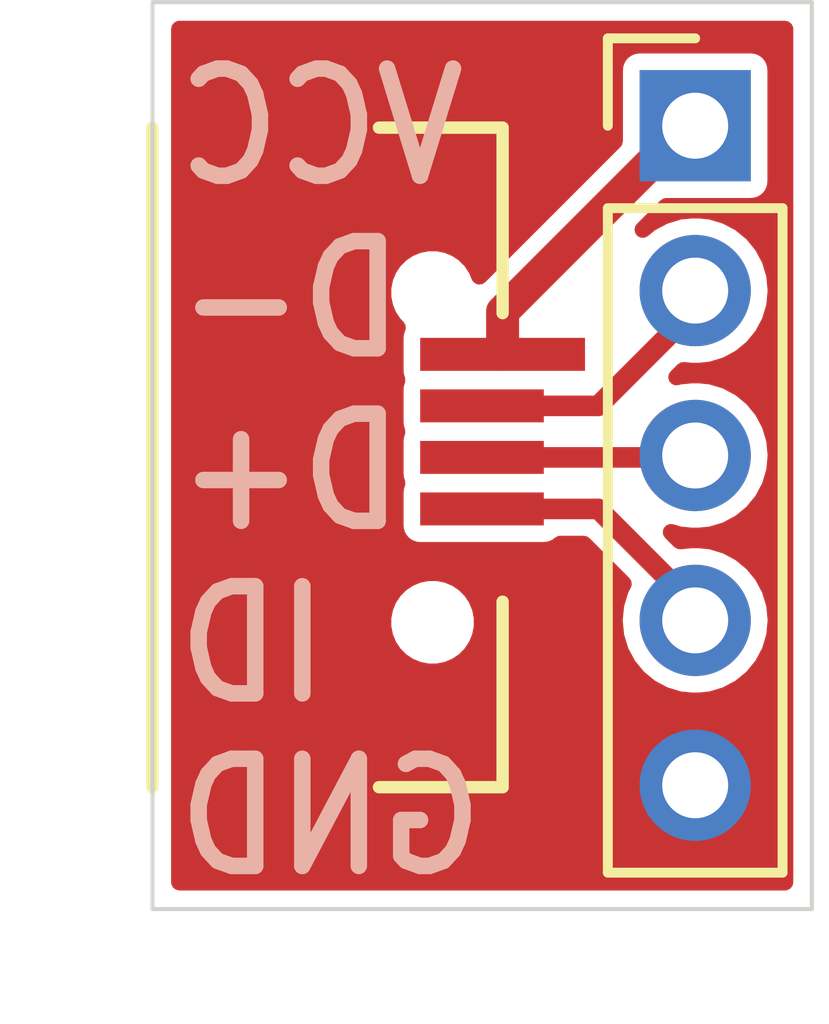
<source format=kicad_pcb>
(kicad_pcb (version 20171130) (host pcbnew "(5.1.2)-1")

  (general
    (thickness 1.6)
    (drawings 5)
    (tracks 11)
    (zones 0)
    (modules 2)
    (nets 6)
  )

  (page A4)
  (layers
    (0 F.Cu signal)
    (31 B.Cu signal)
    (32 B.Adhes user)
    (33 F.Adhes user)
    (34 B.Paste user)
    (35 F.Paste user)
    (36 B.SilkS user)
    (37 F.SilkS user)
    (38 B.Mask user)
    (39 F.Mask user)
    (40 Dwgs.User user)
    (41 Cmts.User user)
    (42 Eco1.User user)
    (43 Eco2.User user)
    (44 Edge.Cuts user)
    (45 Margin user)
    (46 B.CrtYd user)
    (47 F.CrtYd user)
    (48 B.Fab user)
    (49 F.Fab user)
  )

  (setup
    (last_trace_width 0.25)
    (trace_clearance 0.2)
    (zone_clearance 0.508)
    (zone_45_only no)
    (trace_min 0.2)
    (via_size 0.8)
    (via_drill 0.4)
    (via_min_size 0.4)
    (via_min_drill 0.3)
    (uvia_size 0.3)
    (uvia_drill 0.1)
    (uvias_allowed no)
    (uvia_min_size 0.2)
    (uvia_min_drill 0.1)
    (edge_width 0.05)
    (segment_width 0.2)
    (pcb_text_width 0.3)
    (pcb_text_size 1.5 1.5)
    (mod_edge_width 0.12)
    (mod_text_size 1 1)
    (mod_text_width 0.15)
    (pad_size 1.524 1.524)
    (pad_drill 0.762)
    (pad_to_mask_clearance 0.051)
    (solder_mask_min_width 0.25)
    (aux_axis_origin 188 116.5)
    (visible_elements 7FFFFFFF)
    (pcbplotparams
      (layerselection 0x010fc_ffffffff)
      (usegerberextensions true)
      (usegerberattributes false)
      (usegerberadvancedattributes false)
      (creategerberjobfile false)
      (excludeedgelayer true)
      (linewidth 0.100000)
      (plotframeref false)
      (viasonmask false)
      (mode 1)
      (useauxorigin true)
      (hpglpennumber 1)
      (hpglpenspeed 20)
      (hpglpendiameter 15.000000)
      (psnegative false)
      (psa4output false)
      (plotreference false)
      (plotvalue false)
      (plotinvisibletext false)
      (padsonsilk false)
      (subtractmaskfromsilk true)
      (outputformat 1)
      (mirror false)
      (drillshape 0)
      (scaleselection 1)
      (outputdirectory "gerbers/"))
  )

  (net 0 "")
  (net 1 "Net-(J1-Pad5)")
  (net 2 "Net-(J1-Pad4)")
  (net 3 "Net-(J1-Pad3)")
  (net 4 "Net-(J1-Pad2)")
  (net 5 "Net-(J1-Pad1)")

  (net_class Default "This is the default net class."
    (clearance 0.2)
    (trace_width 0.25)
    (via_dia 0.8)
    (via_drill 0.4)
    (uvia_dia 0.3)
    (uvia_drill 0.1)
    (add_net "Net-(J1-Pad1)")
    (add_net "Net-(J1-Pad2)")
    (add_net "Net-(J1-Pad3)")
    (add_net "Net-(J1-Pad4)")
    (add_net "Net-(J1-Pad5)")
  )

  (module microusb_breakout:MICROUSB_REINFORCED (layer F.Cu) (tedit 5DC28831) (tstamp 5E156A5A)
    (at 183.9976 122.0216 90)
    (path /5E151BF1)
    (zone_connect 2)
    (fp_text reference J1 (at -2.75 2 90) (layer F.SilkS) hide
      (effects (font (size 1 1) (thickness 0.15)))
    )
    (fp_text value USB_B_Micro (at -0.75 -5 90) (layer F.Fab)
      (effects (font (size 1 1) (thickness 0.15)))
    )
    (fp_line (start -4 -4) (end 4 -4) (layer F.SilkS) (width 0.15))
    (fp_line (start 4 0.25) (end 4 -1.25) (layer F.SilkS) (width 0.15))
    (fp_line (start 1.75 0.25) (end 4 0.25) (layer F.SilkS) (width 0.15))
    (fp_line (start -4 -1.25) (end -4 0.25) (layer F.SilkS) (width 0.15))
    (fp_line (start -1.75 0.25) (end -4 0.25) (layer F.SilkS) (width 0.15))
    (pad 4 smd rect (at -0.625 0 90) (size 0.4 1.5) (layers F.Cu F.Paste F.Mask)
      (net 2 "Net-(J1-Pad4)") (zone_connect 2))
    (pad 3 smd rect (at 0 0 90) (size 0.4 1.5) (layers F.Cu F.Paste F.Mask)
      (net 3 "Net-(J1-Pad3)") (zone_connect 2))
    (pad 2 smd rect (at 0.625 0 90) (size 0.4 1.5) (layers F.Cu F.Paste F.Mask)
      (net 4 "Net-(J1-Pad2)") (zone_connect 2))
    (pad 1 smd rect (at 1.25 0.25 90) (size 0.4 2) (layers F.Cu F.Paste F.Mask)
      (net 5 "Net-(J1-Pad1)") (zone_connect 2))
    (pad 5 smd rect (at -1.25 0.25 90) (size 0.4 2) (layers F.Cu F.Paste F.Mask)
      (net 1 "Net-(J1-Pad5)") (zone_connect 2))
    (pad 6 smd rect (at -1.1 -2.5 90) (size 1.8 1.8) (layers F.Cu F.Paste F.Mask)
      (net 1 "Net-(J1-Pad5)") (zone_connect 2))
    (pad 6 smd rect (at 1.1 -2.5 90) (size 1.8 1.8) (layers F.Cu F.Paste F.Mask)
      (net 1 "Net-(J1-Pad5)") (zone_connect 2))
    (pad 6 smd rect (at 3.8 -2.6 90) (size 2.7 2) (layers F.Cu F.Paste F.Mask)
      (net 1 "Net-(J1-Pad5)") (zone_connect 2))
    (pad 6 smd rect (at -3.8 -2.6 90) (size 2.7 2) (layers F.Cu F.Paste F.Mask)
      (net 1 "Net-(J1-Pad5)") (zone_connect 2))
    (pad "" np_thru_hole circle (at 2 -0.6 90) (size 0.6 0.6) (drill 0.6) (layers *.Cu *.Mask)
      (zone_connect 2))
    (pad "" np_thru_hole circle (at -2 -0.6 90) (size 0.6 0.6) (drill 0.6) (layers *.Cu *.Mask)
      (zone_connect 2))
    (pad 6 smd rect (at 3.9 0 90) (size 1.8 1.8) (layers F.Cu F.Paste F.Mask)
      (net 1 "Net-(J1-Pad5)") (zone_connect 2))
    (pad 6 smd rect (at -4.1 0 90) (size 1.8 1.8) (layers F.Cu F.Paste F.Mask)
      (net 1 "Net-(J1-Pad5)") (zone_connect 2))
    (model ${KIPRJMOD}/MICROUSB_SHTH.step
      (offset (xyz -9.5 4 -1))
      (scale (xyz 1 1 1))
      (rotate (xyz 0 0 90))
    )
  )

  (module Connector_PinHeader_2.00mm:PinHeader_1x05_P2.00mm_Vertical (layer F.Cu) (tedit 59FED667) (tstamp 5E156A73)
    (at 186.584201 117.9984)
    (descr "Through hole straight pin header, 1x05, 2.00mm pitch, single row")
    (tags "Through hole pin header THT 1x05 2.00mm single row")
    (path /5E152172)
    (fp_text reference J2 (at 0 -2.06) (layer F.SilkS) hide
      (effects (font (size 1 1) (thickness 0.15)))
    )
    (fp_text value USB (at 0 10.06) (layer F.Fab)
      (effects (font (size 1 1) (thickness 0.15)))
    )
    (fp_text user %R (at 0 4 90) (layer F.Fab)
      (effects (font (size 1 1) (thickness 0.15)))
    )
    (fp_line (start 1.5 -1.5) (end -1.5 -1.5) (layer F.CrtYd) (width 0.05))
    (fp_line (start 1.5 9.5) (end 1.5 -1.5) (layer F.CrtYd) (width 0.05))
    (fp_line (start -1.5 9.5) (end 1.5 9.5) (layer F.CrtYd) (width 0.05))
    (fp_line (start -1.5 -1.5) (end -1.5 9.5) (layer F.CrtYd) (width 0.05))
    (fp_line (start -1.06 -1.06) (end 0 -1.06) (layer F.SilkS) (width 0.12))
    (fp_line (start -1.06 0) (end -1.06 -1.06) (layer F.SilkS) (width 0.12))
    (fp_line (start -1.06 1) (end 1.06 1) (layer F.SilkS) (width 0.12))
    (fp_line (start 1.06 1) (end 1.06 9.06) (layer F.SilkS) (width 0.12))
    (fp_line (start -1.06 1) (end -1.06 9.06) (layer F.SilkS) (width 0.12))
    (fp_line (start -1.06 9.06) (end 1.06 9.06) (layer F.SilkS) (width 0.12))
    (fp_line (start -1 -0.5) (end -0.5 -1) (layer F.Fab) (width 0.1))
    (fp_line (start -1 9) (end -1 -0.5) (layer F.Fab) (width 0.1))
    (fp_line (start 1 9) (end -1 9) (layer F.Fab) (width 0.1))
    (fp_line (start 1 -1) (end 1 9) (layer F.Fab) (width 0.1))
    (fp_line (start -0.5 -1) (end 1 -1) (layer F.Fab) (width 0.1))
    (pad 5 thru_hole oval (at 0 8) (size 1.35 1.35) (drill 0.8) (layers *.Cu *.Mask)
      (net 1 "Net-(J1-Pad5)"))
    (pad 4 thru_hole oval (at 0 6) (size 1.35 1.35) (drill 0.8) (layers *.Cu *.Mask)
      (net 2 "Net-(J1-Pad4)"))
    (pad 3 thru_hole oval (at 0 4) (size 1.35 1.35) (drill 0.8) (layers *.Cu *.Mask)
      (net 3 "Net-(J1-Pad3)"))
    (pad 2 thru_hole oval (at 0 2) (size 1.35 1.35) (drill 0.8) (layers *.Cu *.Mask)
      (net 4 "Net-(J1-Pad2)"))
    (pad 1 thru_hole rect (at 0 0) (size 1.35 1.35) (drill 0.8) (layers *.Cu *.Mask)
      (net 5 "Net-(J1-Pad1)"))
  )

  (gr_text "VCC\nD-\nD+\nID\nGND" (at 180.2 122.2) (layer B.SilkS)
    (effects (font (size 1.3 1.2) (thickness 0.2)) (justify right mirror))
  )
  (gr_line (start 180 127.5) (end 180 116.5) (layer Edge.Cuts) (width 0.05) (tstamp 5E156CE1))
  (gr_line (start 188 127.5) (end 180 127.5) (layer Edge.Cuts) (width 0.05))
  (gr_line (start 188 116.5) (end 188 127.5) (layer Edge.Cuts) (width 0.05))
  (gr_line (start 180 116.5) (end 188 116.5) (layer Edge.Cuts) (width 0.05))

  (segment (start 186.584201 123.823199) (end 186.584201 123.9984) (width 0.25) (layer F.Cu) (net 2))
  (segment (start 183.9976 122.6466) (end 185.407602 122.6466) (width 0.25) (layer F.Cu) (net 2))
  (segment (start 185.407602 122.6466) (end 186.584201 123.823199) (width 0.25) (layer F.Cu) (net 2))
  (segment (start 186.561001 122.0216) (end 186.584201 121.9984) (width 0.25) (layer F.Cu) (net 3))
  (segment (start 183.9976 122.0216) (end 186.561001 122.0216) (width 0.25) (layer F.Cu) (net 3))
  (segment (start 186.584201 120.220001) (end 186.584201 119.9984) (width 0.25) (layer F.Cu) (net 4))
  (segment (start 183.9976 121.3966) (end 185.407602 121.3966) (width 0.25) (layer F.Cu) (net 4))
  (segment (start 185.407602 121.3966) (end 186.584201 120.220001) (width 0.25) (layer F.Cu) (net 4))
  (segment (start 184.2476 120.2524) (end 184.2476 120.7716) (width 0.4) (layer F.Cu) (net 5))
  (segment (start 186.584201 117.9984) (end 186.5016 117.9984) (width 0.25) (layer F.Cu) (net 5))
  (segment (start 186.5016 117.9984) (end 184.2476 120.2524) (width 0.4) (layer F.Cu) (net 5))

  (zone (net 1) (net_name "Net-(J1-Pad5)") (layer F.Cu) (tstamp 5E4E68B2) (hatch edge 0.508)
    (connect_pads yes (clearance 0.2))
    (min_thickness 0.2)
    (fill yes (arc_segments 32) (thermal_gap 0.2) (thermal_bridge_width 0.24))
    (polygon
      (pts
        (xy 180 116.5) (xy 188 116.5) (xy 188 127.5) (xy 180 127.5)
      )
    )
    (filled_polygon
      (pts
        (xy 187.675001 127.175) (xy 180.325 127.175) (xy 180.325 123.962505) (xy 182.7976 123.962505) (xy 182.7976 124.080695)
        (xy 182.820658 124.196614) (xy 182.865887 124.305807) (xy 182.93155 124.404078) (xy 183.015122 124.48765) (xy 183.113393 124.553313)
        (xy 183.222586 124.598542) (xy 183.338505 124.6216) (xy 183.456695 124.6216) (xy 183.572614 124.598542) (xy 183.681807 124.553313)
        (xy 183.780078 124.48765) (xy 183.86365 124.404078) (xy 183.929313 124.305807) (xy 183.974542 124.196614) (xy 183.9976 124.080695)
        (xy 183.9976 123.962505) (xy 183.974542 123.846586) (xy 183.929313 123.737393) (xy 183.86365 123.639122) (xy 183.780078 123.55555)
        (xy 183.681807 123.489887) (xy 183.572614 123.444658) (xy 183.456695 123.4216) (xy 183.338505 123.4216) (xy 183.222586 123.444658)
        (xy 183.113393 123.489887) (xy 183.015122 123.55555) (xy 182.93155 123.639122) (xy 182.865887 123.737393) (xy 182.820658 123.846586)
        (xy 182.7976 123.962505) (xy 180.325 123.962505) (xy 180.325 119.962505) (xy 182.7976 119.962505) (xy 182.7976 120.080695)
        (xy 182.820658 120.196614) (xy 182.865887 120.305807) (xy 182.93155 120.404078) (xy 182.974187 120.446715) (xy 182.969096 120.45624)
        (xy 182.951941 120.51279) (xy 182.946149 120.5716) (xy 182.946149 120.9716) (xy 182.951941 121.03041) (xy 182.968228 121.0841)
        (xy 182.951941 121.13779) (xy 182.946149 121.1966) (xy 182.946149 121.5966) (xy 182.951941 121.65541) (xy 182.968228 121.7091)
        (xy 182.951941 121.76279) (xy 182.946149 121.8216) (xy 182.946149 122.2216) (xy 182.951941 122.28041) (xy 182.968228 122.3341)
        (xy 182.951941 122.38779) (xy 182.946149 122.4466) (xy 182.946149 122.8466) (xy 182.951941 122.90541) (xy 182.969096 122.96196)
        (xy 182.996953 123.014077) (xy 183.034442 123.059758) (xy 183.080123 123.097247) (xy 183.13224 123.125104) (xy 183.18879 123.142259)
        (xy 183.2476 123.148051) (xy 184.7476 123.148051) (xy 184.80641 123.142259) (xy 184.86296 123.125104) (xy 184.915077 123.097247)
        (xy 184.946328 123.0716) (xy 185.231562 123.0716) (xy 185.715419 123.555457) (xy 185.679061 123.623479) (xy 185.623309 123.807267)
        (xy 185.604484 123.9984) (xy 185.623309 124.189533) (xy 185.679061 124.373321) (xy 185.769596 124.542702) (xy 185.891436 124.691165)
        (xy 186.039899 124.813005) (xy 186.20928 124.90354) (xy 186.393068 124.959292) (xy 186.536309 124.9734) (xy 186.632093 124.9734)
        (xy 186.775334 124.959292) (xy 186.959122 124.90354) (xy 187.128503 124.813005) (xy 187.276966 124.691165) (xy 187.398806 124.542702)
        (xy 187.489341 124.373321) (xy 187.545093 124.189533) (xy 187.563918 123.9984) (xy 187.545093 123.807267) (xy 187.489341 123.623479)
        (xy 187.398806 123.454098) (xy 187.276966 123.305635) (xy 187.128503 123.183795) (xy 186.959122 123.09326) (xy 186.775334 123.037508)
        (xy 186.632093 123.0234) (xy 186.536309 123.0234) (xy 186.398969 123.036927) (xy 186.290099 122.928056) (xy 186.393068 122.959292)
        (xy 186.536309 122.9734) (xy 186.632093 122.9734) (xy 186.775334 122.959292) (xy 186.959122 122.90354) (xy 187.128503 122.813005)
        (xy 187.276966 122.691165) (xy 187.398806 122.542702) (xy 187.489341 122.373321) (xy 187.545093 122.189533) (xy 187.563918 121.9984)
        (xy 187.545093 121.807267) (xy 187.489341 121.623479) (xy 187.398806 121.454098) (xy 187.276966 121.305635) (xy 187.128503 121.183795)
        (xy 186.959122 121.09326) (xy 186.775334 121.037508) (xy 186.632093 121.0234) (xy 186.536309 121.0234) (xy 186.393068 121.037508)
        (xy 186.356703 121.048539) (xy 186.441209 120.964033) (xy 186.536309 120.9734) (xy 186.632093 120.9734) (xy 186.775334 120.959292)
        (xy 186.959122 120.90354) (xy 187.128503 120.813005) (xy 187.276966 120.691165) (xy 187.398806 120.542702) (xy 187.489341 120.373321)
        (xy 187.545093 120.189533) (xy 187.563918 119.9984) (xy 187.545093 119.807267) (xy 187.489341 119.623479) (xy 187.398806 119.454098)
        (xy 187.276966 119.305635) (xy 187.128503 119.183795) (xy 186.959122 119.09326) (xy 186.775334 119.037508) (xy 186.632093 119.0234)
        (xy 186.536309 119.0234) (xy 186.393068 119.037508) (xy 186.20928 119.09326) (xy 186.039899 119.183795) (xy 185.947397 119.259709)
        (xy 186.232255 118.974851) (xy 187.259201 118.974851) (xy 187.318011 118.969059) (xy 187.374561 118.951904) (xy 187.426678 118.924047)
        (xy 187.472359 118.886558) (xy 187.509848 118.840877) (xy 187.537705 118.78876) (xy 187.55486 118.73221) (xy 187.560652 118.6734)
        (xy 187.560652 117.3234) (xy 187.55486 117.26459) (xy 187.537705 117.20804) (xy 187.509848 117.155923) (xy 187.472359 117.110242)
        (xy 187.426678 117.072753) (xy 187.374561 117.044896) (xy 187.318011 117.027741) (xy 187.259201 117.021949) (xy 185.909201 117.021949)
        (xy 185.850391 117.027741) (xy 185.793841 117.044896) (xy 185.741724 117.072753) (xy 185.696043 117.110242) (xy 185.658554 117.155923)
        (xy 185.630697 117.20804) (xy 185.613542 117.26459) (xy 185.60775 117.3234) (xy 185.60775 118.185143) (xy 183.966273 119.826622)
        (xy 183.929313 119.737393) (xy 183.86365 119.639122) (xy 183.780078 119.55555) (xy 183.681807 119.489887) (xy 183.572614 119.444658)
        (xy 183.456695 119.4216) (xy 183.338505 119.4216) (xy 183.222586 119.444658) (xy 183.113393 119.489887) (xy 183.015122 119.55555)
        (xy 182.93155 119.639122) (xy 182.865887 119.737393) (xy 182.820658 119.846586) (xy 182.7976 119.962505) (xy 180.325 119.962505)
        (xy 180.325 116.825) (xy 187.675 116.825)
      )
    )
  )
)

</source>
